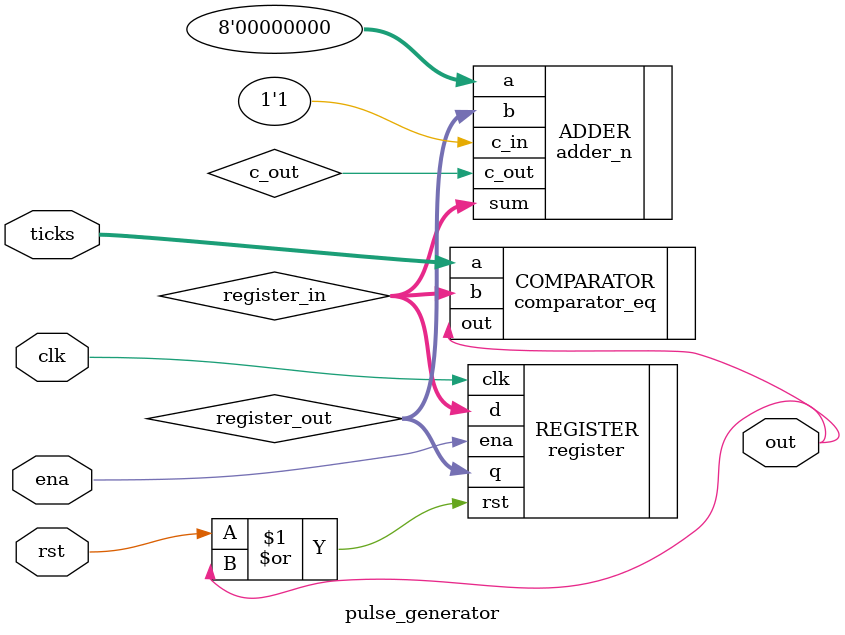
<source format=sv>
`default_nettype none

module pulse_generator(clk, rst, ena, ticks, out);

parameter N = 8;
input wire clk, rst, ena;
input wire [N-1:0] ticks;
output logic out;

// Only use structural (always_comb or always_ff @(posedge clk) blocks) or
// instantiations of other structural modules.
// Do NOT use advanced operators like +, -, >, <, ==, etc...

// Building blocks that should be helpful: comparator_*, adder_n, register.

// If you use other modules, make sure to update the sources in the Makefile 
// appropriately!

// For this module (and most sequential ones) it is okay to put the basic
// combinational operators (&, |, ^, ~, ?) on the right side of always_ff 
// <= operators. For example q <= ena & a; is perfectly acceptable.

logic [N-1:0] register_in, register_out;
logic c_out;

register #(.N(N)) REGISTER (.clk(clk), .ena(ena), .rst(rst | out), .d(register_in), .q(register_out));

adder_n #(.N(N)) ADDER (.a({N{1'b0}}), .b(register_out), .c_in(1'b1), .sum(register_in), .c_out(c_out));

comparator_eq #(.N(N)) COMPARATOR (.a(ticks), .b(register_in), .out(out));


endmodule

</source>
